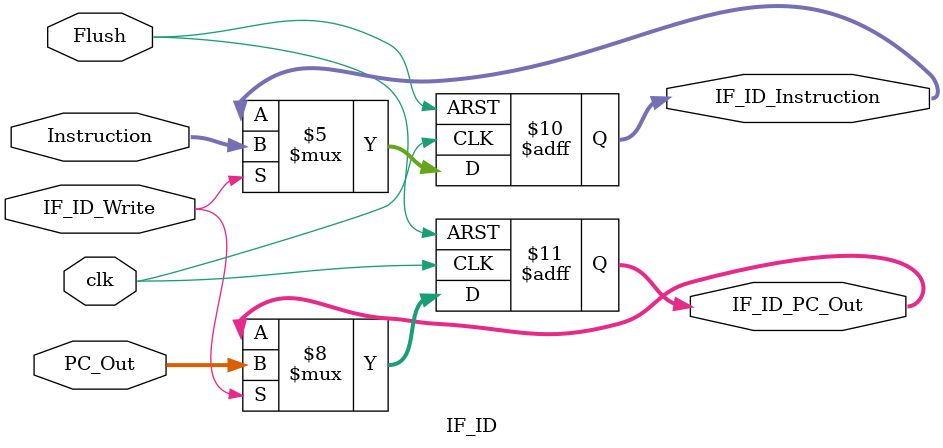
<source format=v>
module IF_ID(
  input clk,
  input IF_ID_Write,
  input Flush,
  input [31:0] Instruction,
  input [63:0] PC_Out,
  output reg [31:0] IF_ID_Instruction,
  output reg [63:0] IF_ID_PC_Out
);
  
  always @ (posedge clk or posedge Flush)
    begin
      
      if (Flush == 1'b1)
        begin
          IF_ID_Instruction = 0;
          IF_ID_PC_Out = 0;
        end
      
      else if (!IF_ID_Write)
      begin
        IF_ID_PC_Out = IF_ID_PC_Out;
        IF_ID_Instruction = IF_ID_Instruction;
      end
      
      else
        begin
          IF_ID_Instruction = Instruction;
          IF_ID_PC_Out = PC_Out;
        end
      
    end
  
endmodule 
</source>
